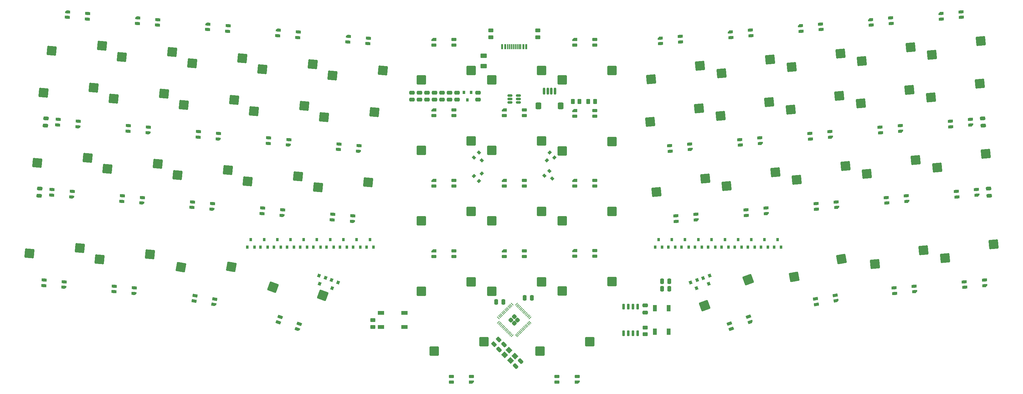
<source format=gbr>
%TF.GenerationSoftware,KiCad,Pcbnew,7.0.9*%
%TF.CreationDate,2024-01-06T21:29:47+01:00*%
%TF.ProjectId,rp2040_base,72703230-3430-45f6-9261-73652e6b6963,rev?*%
%TF.SameCoordinates,Original*%
%TF.FileFunction,Paste,Bot*%
%TF.FilePolarity,Positive*%
%FSLAX46Y46*%
G04 Gerber Fmt 4.6, Leading zero omitted, Abs format (unit mm)*
G04 Created by KiCad (PCBNEW 7.0.9) date 2024-01-06 21:29:47*
%MOMM*%
%LPD*%
G01*
G04 APERTURE LIST*
G04 Aperture macros list*
%AMRoundRect*
0 Rectangle with rounded corners*
0 $1 Rounding radius*
0 $2 $3 $4 $5 $6 $7 $8 $9 X,Y pos of 4 corners*
0 Add a 4 corners polygon primitive as box body*
4,1,4,$2,$3,$4,$5,$6,$7,$8,$9,$2,$3,0*
0 Add four circle primitives for the rounded corners*
1,1,$1+$1,$2,$3*
1,1,$1+$1,$4,$5*
1,1,$1+$1,$6,$7*
1,1,$1+$1,$8,$9*
0 Add four rect primitives between the rounded corners*
20,1,$1+$1,$2,$3,$4,$5,0*
20,1,$1+$1,$4,$5,$6,$7,0*
20,1,$1+$1,$6,$7,$8,$9,0*
20,1,$1+$1,$8,$9,$2,$3,0*%
%AMRotRect*
0 Rectangle, with rotation*
0 The origin of the aperture is its center*
0 $1 length*
0 $2 width*
0 $3 Rotation angle, in degrees counterclockwise*
0 Add horizontal line*
21,1,$1,$2,0,0,$3*%
%AMFreePoly0*
4,1,18,-0.410000,0.593000,-0.403758,0.624380,-0.385983,0.650983,-0.359380,0.668758,-0.328000,0.675000,0.328000,0.675000,0.359380,0.668758,0.385983,0.650983,0.403758,0.624380,0.410000,0.593000,0.410000,-0.593000,0.403758,-0.624380,0.385983,-0.650983,0.359380,-0.668758,0.328000,-0.675000,0.000000,-0.675000,-0.410000,-0.265000,-0.410000,0.593000,-0.410000,0.593000,$1*%
G04 Aperture macros list end*
%ADD10RoundRect,0.250000X1.305205X0.589122X-0.621165X1.290263X-1.305205X-0.589122X0.621165X-1.290263X0*%
%ADD11RoundRect,0.250000X0.933944X1.085529X-1.108255X0.906860X-0.933944X-1.085529X1.108255X-0.906860X0*%
%ADD12RoundRect,0.250000X-1.025000X-1.000000X1.025000X-1.000000X1.025000X1.000000X-1.025000X1.000000X0*%
%ADD13RoundRect,0.082000X0.619331X-0.275069X0.562156X0.378435X-0.619331X0.275069X-0.562156X-0.378435X0*%
%ADD14FreePoly0,95.000000*%
%ADD15RoundRect,0.082000X-0.619331X0.275069X-0.562156X-0.378435X0.619331X-0.275069X0.562156X0.378435X0*%
%ADD16FreePoly0,275.000000*%
%ADD17RotRect,0.900000X0.800000X315.000000*%
%ADD18RoundRect,0.250000X0.250000X0.475000X-0.250000X0.475000X-0.250000X-0.475000X0.250000X-0.475000X0*%
%ADD19RoundRect,0.082000X0.527034X-0.425990X0.640948X0.220044X-0.527034X0.425990X-0.640948X-0.220044X0*%
%ADD20FreePoly0,80.000000*%
%ADD21RoundRect,0.082000X-0.593000X0.328000X-0.593000X-0.328000X0.593000X-0.328000X0.593000X0.328000X0*%
%ADD22FreePoly0,270.000000*%
%ADD23RoundRect,0.250000X1.025000X1.000000X-1.025000X1.000000X-1.025000X-1.000000X1.025000X-1.000000X0*%
%ADD24RoundRect,0.250000X-0.475000X0.250000X-0.475000X-0.250000X0.475000X-0.250000X0.475000X0.250000X0*%
%ADD25R,0.800000X0.900000*%
%ADD26RotRect,0.900000X0.800000X290.000000*%
%ADD27RoundRect,0.082000X-0.562156X0.378435X-0.619331X-0.275069X0.562156X-0.378435X0.619331X0.275069X0*%
%ADD28FreePoly0,265.000000*%
%ADD29RotRect,0.900000X0.800000X250.000000*%
%ADD30RoundRect,0.250000X-0.450000X0.262500X-0.450000X-0.262500X0.450000X-0.262500X0.450000X0.262500X0*%
%ADD31RoundRect,0.150000X0.150000X0.775000X-0.150000X0.775000X-0.150000X-0.775000X0.150000X-0.775000X0*%
%ADD32RoundRect,0.332800X0.467200X0.567200X-0.467200X0.567200X-0.467200X-0.567200X0.467200X-0.567200X0*%
%ADD33RoundRect,0.250000X-1.108255X-0.906860X0.933944X-1.085529X1.108255X0.906860X-0.933944X1.085529X0*%
%ADD34RoundRect,0.082000X0.562156X-0.378435X0.619331X0.275069X-0.562156X0.378435X-0.619331X-0.275069X0*%
%ADD35FreePoly0,85.000000*%
%ADD36R,1.000000X1.700000*%
%ADD37RoundRect,0.150000X0.512500X0.150000X-0.512500X0.150000X-0.512500X-0.150000X0.512500X-0.150000X0*%
%ADD38RoundRect,0.250000X-0.933944X-1.085529X1.108255X-0.906860X0.933944X1.085529X-1.108255X0.906860X0*%
%ADD39RoundRect,0.082000X0.640948X-0.220044X0.527034X0.425990X-0.640948X0.220044X-0.527034X-0.425990X0*%
%ADD40FreePoly0,100.000000*%
%ADD41RoundRect,0.250000X1.108255X0.906860X-0.933944X1.085529X-1.108255X-0.906860X0.933944X-1.085529X0*%
%ADD42RoundRect,0.082000X0.669420X-0.105401X0.445055X0.511037X-0.669420X0.105401X-0.445055X-0.511037X0*%
%ADD43FreePoly0,110.000000*%
%ADD44RotRect,1.400000X1.200000X315.000000*%
%ADD45RoundRect,0.250000X1.183076X0.806818X-0.835780X1.162797X-1.183076X-0.806818X0.835780X-1.162797X0*%
%ADD46RoundRect,0.250000X0.159099X-0.512652X0.512652X-0.159099X-0.159099X0.512652X-0.512652X0.159099X0*%
%ADD47RoundRect,0.250000X0.835780X1.162797X-1.183076X0.806818X-0.835780X-1.162797X1.183076X-0.806818X0*%
%ADD48RoundRect,0.250000X0.621165X1.290263X-1.305205X0.589122X-0.621165X-1.290263X1.305205X-0.589122X0*%
%ADD49RotRect,0.900000X0.800000X45.000000*%
%ADD50R,0.600000X1.450000*%
%ADD51R,0.300000X1.450000*%
%ADD52RoundRect,0.250000X-0.262500X-0.450000X0.262500X-0.450000X0.262500X0.450000X-0.262500X0.450000X0*%
%ADD53RoundRect,0.250000X-0.494981X0.207650X-0.451404X-0.290448X0.494981X-0.207650X0.451404X0.290448X0*%
%ADD54RoundRect,0.250000X0.413257X0.000000X0.000000X0.413257X-0.413257X0.000000X0.000000X-0.413257X0*%
%ADD55RoundRect,0.050000X0.309359X-0.238649X-0.238649X0.309359X-0.309359X0.238649X0.238649X-0.309359X0*%
%ADD56RoundRect,0.050000X0.309359X0.238649X0.238649X0.309359X-0.309359X-0.238649X-0.238649X-0.309359X0*%
%ADD57RotRect,0.900000X0.800000X225.000000*%
%ADD58RoundRect,0.250000X-0.451404X0.290448X-0.494981X-0.207650X0.451404X-0.290448X0.494981X0.207650X0*%
%ADD59RoundRect,0.082000X0.445055X-0.511037X0.669420X0.105401X-0.445055X0.511037X-0.669420X-0.105401X0*%
%ADD60FreePoly0,70.000000*%
%ADD61R,1.700000X1.000000*%
%ADD62RoundRect,0.150000X0.150000X-0.650000X0.150000X0.650000X-0.150000X0.650000X-0.150000X-0.650000X0*%
%ADD63RoundRect,0.082000X0.593000X-0.328000X0.593000X0.328000X-0.593000X0.328000X-0.593000X-0.328000X0*%
%ADD64FreePoly0,90.000000*%
%ADD65RoundRect,0.250000X-0.625000X0.375000X-0.625000X-0.375000X0.625000X-0.375000X0.625000X0.375000X0*%
%ADD66RoundRect,0.250000X-0.250000X-0.475000X0.250000X-0.475000X0.250000X0.475000X-0.250000X0.475000X0*%
%ADD67RoundRect,0.250000X-0.132583X0.503814X-0.503814X0.132583X0.132583X-0.503814X0.503814X-0.132583X0*%
G04 APERTURE END LIST*
D10*
%TO.C,K43*%
X84815396Y-118855535D03*
X98322993Y-121068887D03*
%TD*%
D11*
%TO.C,K25*%
X243832928Y-69191532D03*
X257010372Y-65488952D03*
%TD*%
D12*
%TO.C,K34*%
X176520000Y-98360569D03*
X163070000Y-100900569D03*
%TD*%
D11*
%TO.C,K24*%
X224855419Y-70851849D03*
X238032863Y-67149269D03*
%TD*%
D13*
%TO.C,LED43*%
X231731859Y-96269248D03*
X231862592Y-97763540D03*
X237161120Y-95794250D03*
D14*
X237291853Y-97288542D03*
%TD*%
D15*
%TO.C,LED41*%
X233085717Y-49212186D03*
X232954984Y-47717894D03*
X227656456Y-49687184D03*
D16*
X227525723Y-48192892D03*
%TD*%
D17*
%TO.C,D11*%
X139221142Y-83804645D03*
X140564645Y-82461142D03*
X141307107Y-84547107D03*
%TD*%
D13*
%TO.C,LED38*%
X211094033Y-78952056D03*
X211224766Y-80446348D03*
X216523294Y-78477058D03*
D14*
X216654027Y-79971350D03*
%TD*%
D18*
%TO.C,C6*%
X192000000Y-117230000D03*
X190100000Y-117230000D03*
%TD*%
D19*
%TO.C,LED17*%
X63725054Y-121105386D03*
X63464582Y-122582598D03*
X69092256Y-122051768D03*
D20*
X68831784Y-123528980D03*
%TD*%
D15*
%TO.C,LED45*%
X252063226Y-47551869D03*
X251932493Y-46057577D03*
X246633965Y-48026867D03*
D16*
X246503232Y-46532575D03*
%TD*%
D21*
%TO.C,LED24*%
X133785000Y-72440569D03*
X133785000Y-70940569D03*
X128335000Y-72440569D03*
D22*
X128335000Y-70940569D03*
%TD*%
D23*
%TO.C,K44*%
X128462500Y-136143069D03*
X141912500Y-133603069D03*
%TD*%
D24*
%TO.C,C11*%
X124460000Y-66270000D03*
X124460000Y-68170000D03*
%TD*%
D25*
%TO.C,D13*%
X204440000Y-107990000D03*
X202540000Y-107990000D03*
X203490000Y-105990000D03*
%TD*%
D26*
%TO.C,D27*%
X201145272Y-116365227D03*
X202930688Y-115715388D03*
X202722020Y-117919693D03*
%TD*%
D27*
%TO.C,LED4*%
X91541053Y-51347501D03*
X91671786Y-49853209D03*
X86111792Y-50872503D03*
D28*
X86242525Y-49378211D03*
%TD*%
D12*
%TO.C,K46*%
X157470000Y-117410569D03*
X144020000Y-119950569D03*
%TD*%
D29*
%TO.C,D22*%
X100649312Y-116925388D03*
X102434728Y-117575227D03*
X100857980Y-119129693D03*
%TD*%
D25*
%TO.C,D17*%
X101260000Y-107990000D03*
X99360000Y-107990000D03*
X100310000Y-105990000D03*
%TD*%
D23*
%TO.C,K48*%
X157037500Y-136143069D03*
X170487500Y-133603069D03*
%TD*%
D30*
%TO.C,R8*%
X111890000Y-127767500D03*
X111890000Y-129592500D03*
%TD*%
D31*
%TO.C,JST_connector2*%
X161139000Y-65845800D03*
X160139000Y-65845800D03*
X159139000Y-65845800D03*
X158139000Y-65845800D03*
D32*
X162639000Y-69870800D03*
X156639000Y-69870800D03*
%TD*%
D25*
%TO.C,D26*%
X222280000Y-107990000D03*
X220380000Y-107990000D03*
X221330000Y-105990000D03*
%TD*%
D13*
%TO.C,LED52*%
X271824372Y-117380289D03*
X271955105Y-118874581D03*
X277253633Y-116905291D03*
D14*
X277384366Y-118399583D03*
%TD*%
D26*
%TO.C,D28*%
X197805272Y-117575227D03*
X199590688Y-116925388D03*
X199382020Y-119129693D03*
%TD*%
D25*
%TO.C,D16*%
X112030000Y-107990000D03*
X110130000Y-107990000D03*
X111080000Y-105990000D03*
%TD*%
D33*
%TO.C,K4*%
X95559655Y-58595326D03*
X81939461Y-59953416D03*
%TD*%
D34*
%TO.C,LED8*%
X64719197Y-76816741D03*
X64588464Y-78311033D03*
X70148458Y-77291739D03*
D35*
X70017725Y-78786031D03*
%TD*%
D24*
%TO.C,C9*%
X122410000Y-66270000D03*
X122410000Y-68170000D03*
%TD*%
D36*
%TO.C,SW0*%
X191900000Y-130860569D03*
X191900000Y-124560569D03*
X188100000Y-130860569D03*
X188100000Y-124560569D03*
%TD*%
D24*
%TO.C,C14*%
X130560000Y-66270000D03*
X130560000Y-68170000D03*
%TD*%
D37*
%TO.C,U44*%
X151247500Y-67011579D03*
X151247500Y-67961579D03*
X151247500Y-68911579D03*
X148972500Y-68911579D03*
X148972500Y-67961579D03*
X148972500Y-67011579D03*
%TD*%
D38*
%TO.C,K13*%
X276256858Y-52331442D03*
X263079414Y-56034022D03*
%TD*%
D34*
%TO.C,LED12*%
X44081371Y-94133933D03*
X43950638Y-95628225D03*
X49510632Y-94608931D03*
D35*
X49379899Y-96103223D03*
%TD*%
D39*
%TO.C,LED44*%
X231567126Y-121993923D03*
X231827598Y-123471135D03*
X236934328Y-121047541D03*
D40*
X237194800Y-122524753D03*
%TD*%
D41*
%TO.C,K14*%
X22745577Y-66248282D03*
X36365771Y-64890192D03*
%TD*%
D18*
%TO.C,C7*%
X192000000Y-119240000D03*
X190100000Y-119240000D03*
%TD*%
D25*
%TO.C,D5*%
X218720000Y-107990000D03*
X216820000Y-107990000D03*
X217770000Y-105990000D03*
%TD*%
D41*
%TO.C,K18*%
X98655613Y-72889550D03*
X112275807Y-71531460D03*
%TD*%
D42*
%TO.C,LED40*%
X208301864Y-128702453D03*
X208814894Y-130111992D03*
X213423188Y-126838444D03*
D43*
X213936218Y-128247983D03*
%TD*%
D12*
%TO.C,K47*%
X176520000Y-117341579D03*
X163070000Y-119881579D03*
%TD*%
D33*
%TO.C,K1*%
X38627128Y-53614375D03*
X25006934Y-54972465D03*
%TD*%
D44*
%TO.C,Y0*%
X148723223Y-135901142D03*
X150278858Y-137456777D03*
X149076777Y-138658858D03*
X147521142Y-137103223D03*
%TD*%
D13*
%TO.C,LED48*%
X252846863Y-119040606D03*
X252977596Y-120534898D03*
X258276124Y-118565608D03*
D14*
X258406857Y-120059900D03*
%TD*%
D41*
%TO.C,K16*%
X60700595Y-69568916D03*
X74320789Y-68210826D03*
%TD*%
D11*
%TO.C,K37*%
X226515736Y-89829358D03*
X239693180Y-86126778D03*
%TD*%
D34*
%TO.C,LED7*%
X45741688Y-75156424D03*
X45610955Y-76650716D03*
X51170949Y-75631422D03*
D35*
X51040216Y-77125714D03*
%TD*%
D12*
%TO.C,K45*%
X138420000Y-117410569D03*
X124970000Y-119950569D03*
%TD*%
D33*
%TO.C,K5*%
X114537164Y-60255643D03*
X100916970Y-61613733D03*
%TD*%
D34*
%TO.C,LED14*%
X82036389Y-97454567D03*
X81905656Y-98948859D03*
X87465650Y-97929565D03*
D35*
X87334917Y-99423857D03*
%TD*%
D33*
%TO.C,K2*%
X57604637Y-55274692D03*
X43984443Y-56632782D03*
%TD*%
D27*
%TO.C,LED1*%
X34608526Y-46366550D03*
X34739259Y-44872258D03*
X29179265Y-45891552D03*
D28*
X29309998Y-44397260D03*
%TD*%
D12*
%TO.C,K20*%
X157470000Y-79310569D03*
X144020000Y-81850569D03*
%TD*%
D25*
%TO.C,D8*%
X90540000Y-107990000D03*
X88640000Y-107990000D03*
X89590000Y-105990000D03*
%TD*%
D11*
%TO.C,K36*%
X207538227Y-91489675D03*
X220715671Y-87787095D03*
%TD*%
D25*
%TO.C,D3*%
X79820000Y-107990000D03*
X77920000Y-107990000D03*
X78870000Y-105990000D03*
%TD*%
%TO.C,D12*%
X200860000Y-107990000D03*
X198960000Y-107990000D03*
X199910000Y-105990000D03*
%TD*%
D38*
%TO.C,K12*%
X257279349Y-53991759D03*
X244101905Y-57694339D03*
%TD*%
D21*
%TO.C,LED32*%
X171885000Y-110471579D03*
X171885000Y-108971579D03*
X166435000Y-110471579D03*
D22*
X166435000Y-108971579D03*
%TD*%
D45*
%TO.C,K42*%
X59914051Y-113477052D03*
X73600782Y-113311208D03*
%TD*%
D21*
%TO.C,LED26*%
X171885000Y-72611579D03*
X171885000Y-71111579D03*
X166435000Y-72611579D03*
D22*
X166435000Y-71111579D03*
%TD*%
D24*
%TO.C,C5*%
X185510000Y-123800000D03*
X185510000Y-125700000D03*
%TD*%
D46*
%TO.C,C2*%
X150468249Y-140191751D03*
X151811751Y-138848249D03*
%TD*%
D12*
%TO.C,K32*%
X138420000Y-98360569D03*
X124970000Y-100900569D03*
%TD*%
D21*
%TO.C,LED23*%
X171885000Y-53390569D03*
X171885000Y-51890569D03*
X166435000Y-53390569D03*
D22*
X166435000Y-51890569D03*
%TD*%
D38*
%TO.C,K10*%
X219324331Y-57312393D03*
X206146887Y-61014973D03*
%TD*%
D47*
%TO.C,K50*%
X225809579Y-116033153D03*
X238614176Y-111196173D03*
%TD*%
D25*
%TO.C,D1*%
X86970000Y-107990000D03*
X85070000Y-107990000D03*
X86020000Y-105990000D03*
%TD*%
%TO.C,D20*%
X193670000Y-107990000D03*
X191770000Y-107990000D03*
X192720000Y-105990000D03*
%TD*%
%TO.C,D19*%
X190110000Y-107990000D03*
X188210000Y-107990000D03*
X189160000Y-105990000D03*
%TD*%
D48*
%TO.C,K49*%
X201596710Y-123832028D03*
X213366845Y-116845038D03*
%TD*%
D11*
%TO.C,K35*%
X188560718Y-93149992D03*
X201738162Y-89447412D03*
%TD*%
D49*
%TO.C,D18*%
X140564645Y-90168858D03*
X139221142Y-88825355D03*
X141307107Y-88082893D03*
%TD*%
D50*
%TO.C,J0*%
X146851579Y-53856579D03*
X147651579Y-53856579D03*
D51*
X148851579Y-53856579D03*
X149851579Y-53856579D03*
X150351579Y-53856579D03*
X151351579Y-53856579D03*
D50*
X152551579Y-53856579D03*
X153351579Y-53856579D03*
X153351579Y-53856579D03*
X152551579Y-53856579D03*
D51*
X151851579Y-53856579D03*
X150851579Y-53856579D03*
X149351579Y-53856579D03*
X148351579Y-53856579D03*
D50*
X147651579Y-53856579D03*
X146851579Y-53856579D03*
%TD*%
D52*
%TO.C,R4*%
X165914700Y-68656200D03*
X167739700Y-68656200D03*
%TD*%
D11*
%TO.C,K23*%
X205877910Y-72512166D03*
X219055354Y-68809586D03*
%TD*%
D53*
%TO.C,C18*%
X278427202Y-92223615D03*
X278592798Y-94116385D03*
%TD*%
D24*
%TO.C,C13*%
X128520000Y-66270000D03*
X128520000Y-68170000D03*
%TD*%
D25*
%TO.C,D6*%
X215160000Y-107990000D03*
X213260000Y-107990000D03*
X214210000Y-105990000D03*
%TD*%
D34*
%TO.C,LED13*%
X63058880Y-95794250D03*
X62928147Y-97288542D03*
X68488141Y-96269248D03*
D35*
X68357408Y-97763540D03*
%TD*%
D41*
%TO.C,K27*%
X21085260Y-85225791D03*
X34705454Y-83867701D03*
%TD*%
D21*
%TO.C,LED21*%
X133785000Y-53390569D03*
X133785000Y-51890569D03*
X128335000Y-53390569D03*
D22*
X128335000Y-51890569D03*
%TD*%
D41*
%TO.C,K30*%
X78017787Y-90206742D03*
X91637981Y-88848652D03*
%TD*%
D15*
%TO.C,LED37*%
X214108208Y-50872503D03*
X213977475Y-49378211D03*
X208678947Y-51347501D03*
D16*
X208548214Y-49853209D03*
%TD*%
D13*
%TO.C,LED46*%
X249049051Y-75631422D03*
X249179784Y-77125714D03*
X254478312Y-75156424D03*
D14*
X254609045Y-76650716D03*
%TD*%
D21*
%TO.C,LED29*%
X171885000Y-91490569D03*
X171885000Y-89990569D03*
X166435000Y-91490569D03*
D22*
X166435000Y-89990569D03*
%TD*%
D13*
%TO.C,LED34*%
X192116524Y-80612373D03*
X192247257Y-82106665D03*
X197545785Y-80137375D03*
D14*
X197676518Y-81631667D03*
%TD*%
D12*
%TO.C,K19*%
X138420000Y-79310569D03*
X124970000Y-81850569D03*
%TD*%
%TO.C,K33*%
X157470000Y-98360569D03*
X144020000Y-100900569D03*
%TD*%
%TO.C,K7*%
X157470000Y-60260569D03*
X144020000Y-62800569D03*
%TD*%
D15*
%TO.C,LED49*%
X271040735Y-45891552D03*
X270910002Y-44397260D03*
X265611474Y-46366550D03*
D16*
X265480741Y-44872258D03*
%TD*%
D12*
%TO.C,K6*%
X138420000Y-60260569D03*
X124970000Y-62800569D03*
%TD*%
D24*
%TO.C,C12*%
X126490000Y-66270000D03*
X126490000Y-68170000D03*
%TD*%
D21*
%TO.C,LED25*%
X152835000Y-72440569D03*
X152835000Y-70940569D03*
X147385000Y-72440569D03*
D22*
X147385000Y-70940569D03*
%TD*%
D54*
%TO.C,U3*%
X150101579Y-128612130D03*
X151003140Y-127710569D03*
X149200018Y-127710569D03*
X150101579Y-126809008D03*
D55*
X154370736Y-128302771D03*
X154087893Y-128585614D03*
X153805051Y-128868456D03*
X153522208Y-129151299D03*
X153239365Y-129434142D03*
X152956523Y-129716984D03*
X152673680Y-129999827D03*
X152390837Y-130282670D03*
X152107994Y-130565513D03*
X151825152Y-130848355D03*
X151542309Y-131131198D03*
X151259466Y-131414041D03*
X150976624Y-131696883D03*
X150693781Y-131979726D03*
D56*
X149509377Y-131979726D03*
X149226534Y-131696883D03*
X148943692Y-131414041D03*
X148660849Y-131131198D03*
X148378006Y-130848355D03*
X148095164Y-130565513D03*
X147812321Y-130282670D03*
X147529478Y-129999827D03*
X147246635Y-129716984D03*
X146963793Y-129434142D03*
X146680950Y-129151299D03*
X146398107Y-128868456D03*
X146115265Y-128585614D03*
X145832422Y-128302771D03*
D55*
X145832422Y-127118367D03*
X146115265Y-126835524D03*
X146398107Y-126552682D03*
X146680950Y-126269839D03*
X146963793Y-125986996D03*
X147246635Y-125704154D03*
X147529478Y-125421311D03*
X147812321Y-125138468D03*
X148095164Y-124855625D03*
X148378006Y-124572783D03*
X148660849Y-124289940D03*
X148943692Y-124007097D03*
X149226534Y-123724255D03*
X149509377Y-123441412D03*
D56*
X150693781Y-123441412D03*
X150976624Y-123724255D03*
X151259466Y-124007097D03*
X151542309Y-124289940D03*
X151825152Y-124572783D03*
X152107994Y-124855625D03*
X152390837Y-125138468D03*
X152673680Y-125421311D03*
X152956523Y-125704154D03*
X153239365Y-125986996D03*
X153522208Y-126269839D03*
X153805051Y-126552682D03*
X154087893Y-126835524D03*
X154370736Y-127118367D03*
%TD*%
D11*
%TO.C,K39*%
X264470754Y-86508724D03*
X277648198Y-82806144D03*
%TD*%
D41*
%TO.C,K31*%
X96995296Y-91867059D03*
X110615490Y-90508969D03*
%TD*%
D25*
%TO.C,D7*%
X211600000Y-107990000D03*
X209700000Y-107990000D03*
X210650000Y-105990000D03*
%TD*%
D13*
%TO.C,LED39*%
X212754350Y-97929565D03*
X212885083Y-99423857D03*
X218183611Y-97454567D03*
D14*
X218314344Y-98948859D03*
%TD*%
D33*
%TO.C,K3*%
X76582146Y-56935009D03*
X62961952Y-58293099D03*
%TD*%
D57*
%TO.C,D4*%
X159655355Y-82461142D03*
X160998858Y-83804645D03*
X158912893Y-84547107D03*
%TD*%
D41*
%TO.C,K41*%
X37925275Y-111317783D03*
X51545469Y-109959693D03*
%TD*%
D11*
%TO.C,K22*%
X186900401Y-74172483D03*
X200077845Y-70469903D03*
%TD*%
D13*
%TO.C,LED47*%
X250709368Y-94608931D03*
X250840101Y-96103223D03*
X256138629Y-94133933D03*
D14*
X256269362Y-95628225D03*
%TD*%
D30*
%TO.C,R7*%
X143761579Y-49459079D03*
X143761579Y-51284079D03*
%TD*%
D58*
%TO.C,C16*%
X23450000Y-73240000D03*
X23284404Y-75132770D03*
%TD*%
D17*
%TO.C,D25*%
X158241142Y-88754645D03*
X159584645Y-87411142D03*
X160327107Y-89497107D03*
%TD*%
D27*
%TO.C,LED5*%
X110518562Y-53007818D03*
X110649295Y-51513526D03*
X105089301Y-52532820D03*
D28*
X105220034Y-51038528D03*
%TD*%
D41*
%TO.C,K40*%
X18960962Y-109669778D03*
X32581156Y-108311688D03*
%TD*%
D25*
%TO.C,D2*%
X83390000Y-107990000D03*
X81490000Y-107990000D03*
X82440000Y-105990000D03*
%TD*%
D18*
%TO.C,C10*%
X147130000Y-122870000D03*
X145230000Y-122870000D03*
%TD*%
D24*
%TO.C,C1*%
X140270000Y-66270000D03*
X140270000Y-68170000D03*
%TD*%
D41*
%TO.C,K15*%
X41723086Y-67908599D03*
X55343280Y-66550509D03*
%TD*%
D21*
%TO.C,LED31*%
X152835000Y-110540569D03*
X152835000Y-109040569D03*
X147385000Y-110540569D03*
D22*
X147385000Y-109040569D03*
%TD*%
D59*
%TO.C,LED16*%
X86821194Y-126896488D03*
X86308164Y-128306027D03*
X91942518Y-128760497D03*
D60*
X91429488Y-130170036D03*
%TD*%
D61*
%TO.C,SW2*%
X120370000Y-125810569D03*
X114070000Y-125810569D03*
X120370000Y-129610569D03*
X114070000Y-129610569D03*
%TD*%
D30*
%TO.C,R6*%
X156451579Y-49459079D03*
X156451579Y-51284079D03*
%TD*%
D13*
%TO.C,LED51*%
X269686877Y-92948614D03*
X269817610Y-94442906D03*
X275116138Y-92473616D03*
D14*
X275246871Y-93967908D03*
%TD*%
D25*
%TO.C,D9*%
X94110000Y-107990000D03*
X92210000Y-107990000D03*
X93160000Y-105990000D03*
%TD*%
D34*
%TO.C,LED6*%
X26764179Y-73496107D03*
X26633446Y-74990399D03*
X32193440Y-73971105D03*
D35*
X32062707Y-75465397D03*
%TD*%
D24*
%TO.C,C17*%
X132620000Y-66270000D03*
X132620000Y-68170000D03*
%TD*%
D30*
%TO.C,R1*%
X185480000Y-129767500D03*
X185480000Y-131592500D03*
%TD*%
D34*
%TO.C,LED11*%
X25103862Y-92473616D03*
X24973129Y-93967908D03*
X30533123Y-92948614D03*
D35*
X30402390Y-94442906D03*
%TD*%
D27*
%TO.C,LED2*%
X53586035Y-48026867D03*
X53716768Y-46532575D03*
X48156774Y-47551869D03*
D28*
X48287507Y-46057577D03*
%TD*%
D41*
%TO.C,K17*%
X79678104Y-71229233D03*
X93298298Y-69871143D03*
%TD*%
D53*
%TO.C,C19*%
X276757202Y-73243615D03*
X276922798Y-75136385D03*
%TD*%
D25*
%TO.C,D15*%
X108440000Y-107990000D03*
X106540000Y-107990000D03*
X107490000Y-105990000D03*
%TD*%
D52*
%TO.C,R3*%
X170131100Y-68656200D03*
X171956100Y-68656200D03*
%TD*%
D62*
%TO.C,U2*%
X183485000Y-131310569D03*
X182215000Y-131310569D03*
X180945000Y-131310569D03*
X179675000Y-131310569D03*
X179675000Y-124110569D03*
X180945000Y-124110569D03*
X182215000Y-124110569D03*
X183485000Y-124110569D03*
%TD*%
D27*
%TO.C,LED3*%
X72563544Y-49687184D03*
X72694277Y-48192892D03*
X67134283Y-49212186D03*
D28*
X67265016Y-47717894D03*
%TD*%
D12*
%TO.C,K21*%
X176520000Y-79481579D03*
X163070000Y-82021579D03*
%TD*%
D34*
%TO.C,LED19*%
X22979564Y-116917603D03*
X22848831Y-118411895D03*
X28408825Y-117392601D03*
D35*
X28278092Y-118886893D03*
%TD*%
D34*
%TO.C,LED9*%
X83696706Y-78477058D03*
X83565973Y-79971350D03*
X89125967Y-78952056D03*
D35*
X88995234Y-80446348D03*
%TD*%
D11*
%TO.C,K52*%
X266608249Y-110940399D03*
X279785693Y-107237819D03*
%TD*%
D46*
%TO.C,C3*%
X145988249Y-135711751D03*
X147331751Y-134368249D03*
%TD*%
D11*
%TO.C,K38*%
X245493245Y-88169041D03*
X258670689Y-84466461D03*
%TD*%
D25*
%TO.C,U4*%
X136500000Y-66220000D03*
X138400000Y-66220000D03*
X137450000Y-68220000D03*
%TD*%
D63*
%TO.C,LED36*%
X161672500Y-143013069D03*
X161672500Y-144513069D03*
X167122500Y-143013069D03*
D64*
X167122500Y-144513069D03*
%TD*%
D65*
%TO.C,F0*%
X141861579Y-56320569D03*
X141861579Y-59120569D03*
%TD*%
D63*
%TO.C,LED20*%
X133097500Y-143013069D03*
X133097500Y-144513069D03*
X138547500Y-143013069D03*
D64*
X138547500Y-144513069D03*
%TD*%
D11*
%TO.C,K51*%
X247630740Y-112600716D03*
X260808184Y-108898136D03*
%TD*%
D34*
%TO.C,LED18*%
X41943877Y-118565608D03*
X41813144Y-120059900D03*
X47373138Y-119040606D03*
D35*
X47242405Y-120534898D03*
%TD*%
D13*
%TO.C,LED42*%
X230071542Y-77291739D03*
X230202275Y-78786031D03*
X235500803Y-76816741D03*
D14*
X235631536Y-78311033D03*
%TD*%
D34*
%TO.C,LED15*%
X101013898Y-99114884D03*
X100883165Y-100609176D03*
X106443159Y-99589882D03*
D35*
X106312426Y-101084174D03*
%TD*%
D21*
%TO.C,LED28*%
X152835000Y-91490569D03*
X152835000Y-89990569D03*
X147385000Y-91490569D03*
D22*
X147385000Y-89990569D03*
%TD*%
D15*
%TO.C,LED33*%
X195108825Y-52532820D03*
X194978092Y-51038528D03*
X189679564Y-53007818D03*
D16*
X189548831Y-51513526D03*
%TD*%
D25*
%TO.C,D24*%
X104850000Y-107990000D03*
X102950000Y-107990000D03*
X103900000Y-105990000D03*
%TD*%
D66*
%TO.C,C8*%
X152950000Y-121720000D03*
X154850000Y-121720000D03*
%TD*%
D41*
%TO.C,K29*%
X59040278Y-88546425D03*
X72660472Y-87188335D03*
%TD*%
D21*
%TO.C,LED27*%
X133785000Y-91490569D03*
X133785000Y-89990569D03*
X128335000Y-91490569D03*
D22*
X128335000Y-89990569D03*
%TD*%
D25*
%TO.C,D10*%
X97680000Y-107990000D03*
X95780000Y-107990000D03*
X96730000Y-105990000D03*
%TD*%
D13*
%TO.C,LED35*%
X193776841Y-99589882D03*
X193907574Y-101084174D03*
X199206102Y-99114884D03*
D14*
X199336835Y-100609176D03*
%TD*%
D25*
%TO.C,D21*%
X197250000Y-107990000D03*
X195350000Y-107990000D03*
X196300000Y-105990000D03*
%TD*%
D13*
%TO.C,LED50*%
X268026560Y-73971105D03*
X268157293Y-75465397D03*
X273455821Y-73496107D03*
D14*
X273586554Y-74990399D03*
%TD*%
D12*
%TO.C,K8*%
X176520000Y-60260569D03*
X163070000Y-62800569D03*
%TD*%
D41*
%TO.C,K28*%
X40062769Y-86886108D03*
X53682963Y-85528018D03*
%TD*%
D38*
%TO.C,K11*%
X238301840Y-55652076D03*
X225124396Y-59354656D03*
%TD*%
D21*
%TO.C,LED30*%
X133785000Y-110540569D03*
X133785000Y-109040569D03*
X128335000Y-110540569D03*
D22*
X128335000Y-109040569D03*
%TD*%
D24*
%TO.C,C4*%
X134630000Y-66270000D03*
X134630000Y-68170000D03*
%TD*%
D67*
%TO.C,R5*%
X145885235Y-132974765D03*
X144594765Y-134265235D03*
%TD*%
D11*
%TO.C,K26*%
X262810437Y-67531215D03*
X275987881Y-63828635D03*
%TD*%
D29*
%TO.C,D23*%
X97279312Y-115695388D03*
X99064728Y-116345227D03*
X97487980Y-117899693D03*
%TD*%
D34*
%TO.C,LED10*%
X102674215Y-80137375D03*
X102543482Y-81631667D03*
X108103476Y-80612373D03*
D35*
X107972743Y-82106665D03*
%TD*%
D38*
%TO.C,K9*%
X200324948Y-58972710D03*
X187147504Y-62675290D03*
%TD*%
D58*
%TO.C,C15*%
X21802798Y-92223615D03*
X21637202Y-94116385D03*
%TD*%
D25*
%TO.C,D14*%
X208040000Y-107990000D03*
X206140000Y-107990000D03*
X207090000Y-105990000D03*
%TD*%
M02*

</source>
